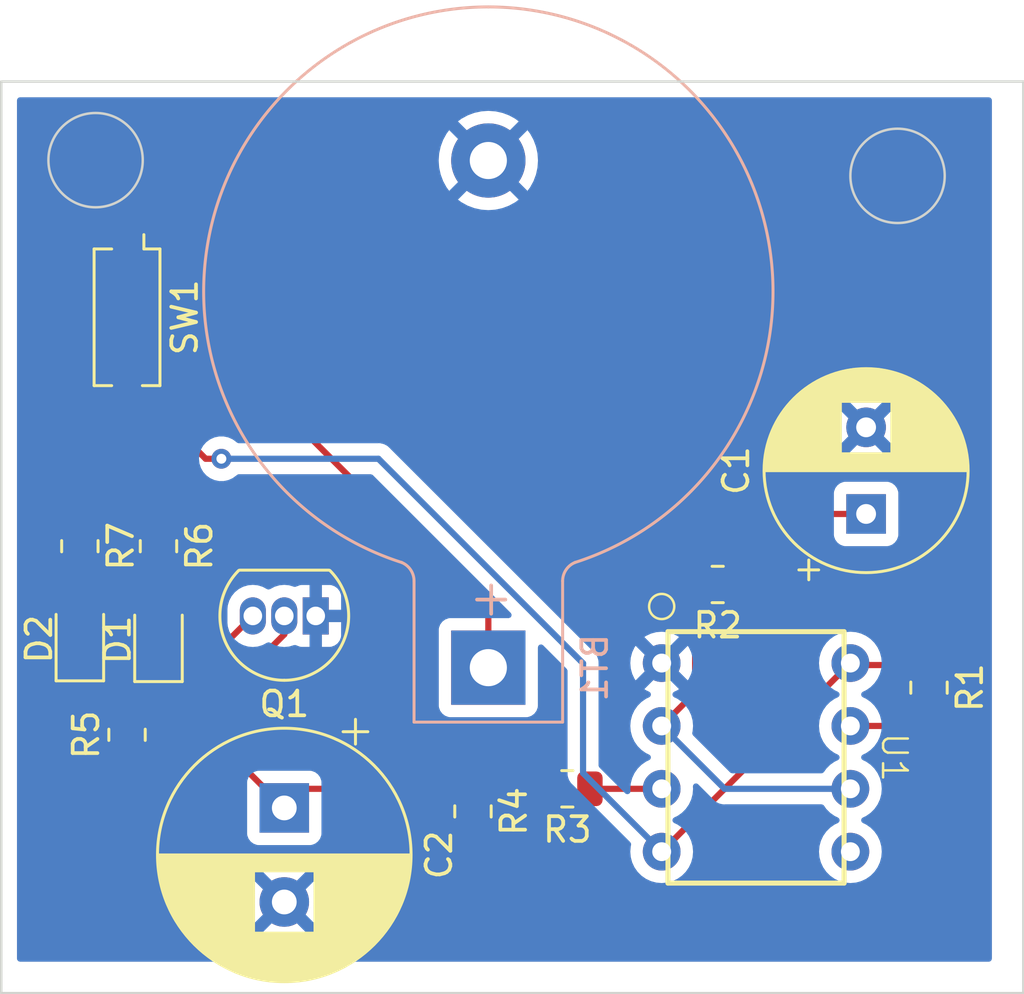
<source format=kicad_pcb>
(kicad_pcb (version 20221018) (generator pcbnew)
  (layers (0 "F.Cu" signal) (31 "B.Cu" signal) (34 "B.Paste" user) (35 "F.Paste" user) (36 "B.SilkS" user "B.Silkscreen") (37 "F.SilkS" user "F.Silkscreen") (38 "B.Mask" user) (39 "F.Mask" user) (44 "Edge.Cuts" user))
  (net 0 "")
  (net 1 "GND")
  (net 2 "Net-(D1-A)")
  (net 3 "VCC")
  (net 4 "Net-(BT1-+)")
  (net 5 "Net-(U1-THRESH)")
  (net 6 "Net-(C2-Pad1)")
  (net 7 "Net-(D1-K)")
  (net 8 "Net-(D2-A)")
  (net 9 "Net-(Q1-B)")
  (net 10 "Net-(U1-DIS)")
  (net 11 "Net-(U1-OUT)")
  (footprint "me433:ICM7555-PDIP" (layer "F.Cu") (at 162.56 93.98 -90)
    (fp_text reference "U1" (at 0 -5.588 -90 unlocked) (layer "F.SilkS") (effects (font (thickness 0.1))))
    (fp_text value "~")
    (fp_line (start -5.08 -3.556) (end -5.08 3.556) (stroke (width 0.2032)) (layer "F.SilkS"))
    (fp_line (start -5.08 -3.556) (end 5.08 -3.556) (stroke (width 0.2032)) (layer "F.SilkS"))
    (fp_line (start -5.08 3.556) (end 5.08 3.556) (stroke (width 0.2032)) (layer "F.SilkS"))
    (fp_line (start 5.08 -3.556) (end 5.08 3.556) (stroke (width 0.2032)) (layer "F.SilkS"))
    (fp_circle (center -6.096 3.81) (end -6.096 3.302) (stroke (width 0.1)) (fill none) (layer "F.SilkS"))
    (pad "1" thru_hole circle (at -3.81 3.81 270) (size 1.524 1.524) (drill 0.762) (layers "*.Cu" "*.Mask") (net 1 "GND"))
    (pad "2" thru_hole circle (at -1.27 3.81 270) (size 1.524 1.524) (drill 0.762) (layers "*.Cu" "*.Mask") (net 5 "Net-(U1-THRESH)"))
    (pad "3" thru_hole circle (at 1.27 3.81 270) (size 1.524 1.524) (drill 0.762) (layers "*.Cu" "*.Mask") (net 11 "Net-(U1-OUT)"))
    (pad "4" thru_hole circle (at 3.81 3.81 270) (size 1.524 1.524) (drill 0.762) (layers "*.Cu" "*.Mask") (net 3 "VCC"))
    (pad "5" thru_hole circle (at 3.81 -3.81 270) (size 1.524 1.524) (drill 0.762) (layers "*.Cu" "*.Mask"))
    (pad "6" thru_hole circle (at 1.27 -3.81 270) (size 1.524 1.524) (drill 0.762) (layers "*.Cu" "*.Mask") (net 5 "Net-(U1-THRESH)"))
    (pad "7" thru_hole circle (at -1.27 -3.81 270) (size 1.524 1.524) (drill 0.762) (layers "*.Cu" "*.Mask") (net 10 "Net-(U1-DIS)"))
    (pad "8" thru_hole circle (at -3.81 -3.81 270) (size 1.524 1.524) (drill 0.762) (layers "*.Cu" "*.Mask") (net 3 "VCC"))
  )
  (footprint "Resistor_SMD:R_0805_2012Metric" (layer "F.Cu") (at 135.255 85.4475 -90)
    (fp_text reference "R7" (at 0 -1.65 90) (layer "F.SilkS"))
    (fp_text value "100")
    (fp_line (start -0.227064 -0.735) (end 0.227064 -0.735) (stroke (width 0.12)) (layer "F.SilkS"))
    (fp_line (start -0.227064 0.735) (end 0.227064 0.735) (stroke (width 0.12)) (layer "F.SilkS"))
    (pad "1" smd roundrect (at -0.9125 0 270) (size 1.025 1.4) (layers "F.Cu" "F.Paste" "F.Mask") (roundrect_rratio 0.243902) (net 3 "VCC"))
    (pad "2" smd roundrect (at 0.9125 0 270) (size 1.025 1.4) (layers "F.Cu" "F.Paste" "F.Mask") (roundrect_rratio 0.243902) (net 8 "Net-(D2-A)"))
  )
  (footprint "Package_TO_SOT_THT:TO-92_Inline" (layer "F.Cu") (at 144.78 88.265 180)
    (fp_text reference "Q1" (at 1.27 -3.56) (layer "F.SilkS"))
    (fp_text value "2N3904")
    (fp_line (start -0.53 1.85) (end 3.07 1.85) (stroke (width 0.12)) (layer "F.SilkS"))
    (fp_arc (start -0.568478 1.838478) (mid -1.132087 -0.994977) (end 1.27 -2.6) (stroke (width 0.12)) (layer "F.SilkS"))
    (fp_arc (start 1.27 -2.6) (mid 3.672087 -0.994977) (end 3.108478 1.838478) (stroke (width 0.12)) (layer "F.SilkS"))
    (pad "1" thru_hole rect (at 0 0 180) (size 1.05 1.5) (drill 0.75) (layers "*.Cu" "*.Mask") (net 1 "GND"))
    (pad "2" thru_hole oval (at 1.27 0 180) (size 1.05 1.5) (drill 0.75) (layers "*.Cu" "*.Mask") (net 9 "Net-(Q1-B)"))
    (pad "3" thru_hole oval (at 2.54 0 180) (size 1.05 1.5) (drill 0.75) (layers "*.Cu" "*.Mask") (net 7 "Net-(D1-K)"))
  )
  (footprint "LED_SMD:LED_0805_2012Metric" (layer "F.Cu") (at 138.43 89.2325 90)
    (fp_text reference "D1" (at 0 -1.65 90) (layer "F.SilkS"))
    (fp_text value "RED")
    (fp_line (start -1.685 -0.96) (end -1.685 0.96) (stroke (width 0.12)) (layer "F.SilkS"))
    (fp_line (start -1.685 0.96) (end 1 0.96) (stroke (width 0.12)) (layer "F.SilkS"))
    (fp_line (start 1 -0.96) (end -1.685 -0.96) (stroke (width 0.12)) (layer "F.SilkS"))
    (pad "1" smd roundrect (at -0.9375 0 90) (size 0.975 1.4) (layers "F.Cu" "F.Paste" "F.Mask") (net 7 "Net-(D1-K)"))
    (pad "2" smd roundrect (at 0.9375 0 90) (size 0.975 1.4) (layers "F.Cu" "F.Paste" "F.Mask") (net 2 "Net-(D1-A)"))
  )
  (footprint "Resistor_SMD:R_0805_2012Metric" (layer "F.Cu") (at 161.0125 86.995 180)
    (fp_text reference "R2" (at 0 -1.65) (layer "F.SilkS"))
    (fp_text value "330k")
    (fp_line (start -0.227064 -0.735) (end 0.227064 -0.735) (stroke (width 0.12)) (layer "F.SilkS"))
    (fp_line (start -0.227064 0.735) (end 0.227064 0.735) (stroke (width 0.12)) (layer "F.SilkS"))
    (pad "1" smd roundrect (at -0.9125 0 180) (size 1.025 1.4) (layers "F.Cu" "F.Paste" "F.Mask") (roundrect_rratio 0.243902) (net 10 "Net-(U1-DIS)"))
    (pad "2" smd roundrect (at 0.9125 0 180) (size 1.025 1.4) (layers "F.Cu" "F.Paste" "F.Mask") (roundrect_rratio 0.243902) (net 5 "Net-(U1-THRESH)"))
  )
  (footprint "Resistor_SMD:R_0805_2012Metric" (layer "F.Cu") (at 151.13 96.1625 -90)
    (fp_text reference "R4" (at 0 -1.65 90) (layer "F.SilkS"))
    (fp_text value "100k")
    (fp_line (start -0.227064 -0.735) (end 0.227064 -0.735) (stroke (width 0.12)) (layer "F.SilkS"))
    (fp_line (start -0.227064 0.735) (end 0.227064 0.735) (stroke (width 0.12)) (layer "F.SilkS"))
    (pad "1" smd roundrect (at -0.9125 0 270) (size 1.025 1.4) (layers "F.Cu" "F.Paste" "F.Mask") (roundrect_rratio 0.243902) (net 6 "Net-(C2-Pad1)"))
    (pad "2" smd roundrect (at 0.9125 0 270) (size 1.025 1.4) (layers "F.Cu" "F.Paste" "F.Mask") (roundrect_rratio 0.243902) (net 1 "GND"))
  )
  (footprint "Capacitor_THT:CP_Radial_D8.0mm_P3.50mm" (layer "F.Cu") (at 167.005 84.145 90)
    (fp_text reference "C1" (at 1.75 -5.25 90) (layer "F.SilkS"))
    (fp_text value "10uF")
    (fp_line (start -2.659698 -2.315) (end -1.859698 -2.315) (stroke (width 0.12)) (layer "F.SilkS"))
    (fp_line (start -2.259698 -2.715) (end -2.259698 -1.915) (stroke (width 0.12)) (layer "F.SilkS"))
    (fp_line (start 1.75 -4.08) (end 1.75 4.08) (stroke (width 0.12)) (layer "F.SilkS"))
    (fp_line (start 1.79 -4.08) (end 1.79 4.08) (stroke (width 0.12)) (layer "F.SilkS"))
    (fp_line (start 1.83 -4.08) (end 1.83 4.08) (stroke (width 0.12)) (layer "F.SilkS"))
    (fp_line (start 1.87 -4.079) (end 1.87 4.079) (stroke (width 0.12)) (layer "F.SilkS"))
    (fp_line (start 1.91 -4.077) (end 1.91 4.077) (stroke (width 0.12)) (layer "F.SilkS"))
    (fp_line (start 1.95 -4.076) (end 1.95 4.076) (stroke (width 0.12)) (layer "F.SilkS"))
    (fp_line (start 1.99 -4.074) (end 1.99 4.074) (stroke (width 0.12)) (layer "F.SilkS"))
    (fp_line (start 2.03 -4.071) (end 2.03 4.071) (stroke (width 0.12)) (layer "F.SilkS"))
    (fp_line (start 2.07 -4.068) (end 2.07 4.068) (stroke (width 0.12)) (layer "F.SilkS"))
    (fp_line (start 2.11 -4.065) (end 2.11 4.065) (stroke (width 0.12)) (layer "F.SilkS"))
    (fp_line (start 2.15 -4.061) (end 2.15 4.061) (stroke (width 0.12)) (layer "F.SilkS"))
    (fp_line (start 2.19 -4.057) (end 2.19 4.057) (stroke (width 0.12)) (layer "F.SilkS"))
    (fp_line (start 2.23 -4.052) (end 2.23 4.052) (stroke (width 0.12)) (layer "F.SilkS"))
    (fp_line (start 2.27 -4.048) (end 2.27 4.048) (stroke (width 0.12)) (layer "F.SilkS"))
    (fp_line (start 2.31 -4.042) (end 2.31 4.042) (stroke (width 0.12)) (layer "F.SilkS"))
    (fp_line (start 2.35 -4.037) (end 2.35 4.037) (stroke (width 0.12)) (layer "F.SilkS"))
    (fp_line (start 2.39 -4.03) (end 2.39 4.03) (stroke (width 0.12)) (layer "F.SilkS"))
    (fp_line (start 2.43 -4.024) (end 2.43 4.024) (stroke (width 0.12)) (layer "F.SilkS"))
    (fp_line (start 2.471 -4.017) (end 2.471 -1.04) (stroke (width 0.12)) (layer "F.SilkS"))
    (fp_line (start 2.471 1.04) (end 2.471 4.017) (stroke (width 0.12)) (layer "F.SilkS"))
    (fp_line (start 2.511 -4.01) (end 2.511 -1.04) (stroke (width 0.12)) (layer "F.SilkS"))
    (fp_line (start 2.511 1.04) (end 2.511 4.01) (stroke (width 0.12)) (layer "F.SilkS"))
    (fp_line (start 2.551 -4.002) (end 2.551 -1.04) (stroke (width 0.12)) (layer "F.SilkS"))
    (fp_line (start 2.551 1.04) (end 2.551 4.002) (stroke (width 0.12)) (layer "F.SilkS"))
    (fp_line (start 2.591 -3.994) (end 2.591 -1.04) (stroke (width 0.12)) (layer "F.SilkS"))
    (fp_line (start 2.591 1.04) (end 2.591 3.994) (stroke (width 0.12)) (layer "F.SilkS"))
    (fp_line (start 2.631 -3.985) (end 2.631 -1.04) (stroke (width 0.12)) (layer "F.SilkS"))
    (fp_line (start 2.631 1.04) (end 2.631 3.985) (stroke (width 0.12)) (layer "F.SilkS"))
    (fp_line (start 2.671 -3.976) (end 2.671 -1.04) (stroke (width 0.12)) (layer "F.SilkS"))
    (fp_line (start 2.671 1.04) (end 2.671 3.976) (stroke (width 0.12)) (layer "F.SilkS"))
    (fp_line (start 2.711 -3.967) (end 2.711 -1.04) (stroke (width 0.12)) (layer "F.SilkS"))
    (fp_line (start 2.711 1.04) (end 2.711 3.967) (stroke (width 0.12)) (layer "F.SilkS"))
    (fp_line (start 2.751 -3.957) (end 2.751 -1.04) (stroke (width 0.12)) (layer "F.SilkS"))
    (fp_line (start 2.751 1.04) (end 2.751 3.957) (stroke (width 0.12)) (layer "F.SilkS"))
    (fp_line (start 2.791 -3.947) (end 2.791 -1.04) (stroke (width 0.12)) (layer "F.SilkS"))
    (fp_line (start 2.791 1.04) (end 2.791 3.947) (stroke (width 0.12)) (layer "F.SilkS"))
    (fp_line (start 2.831 -3.936) (end 2.831 -1.04) (stroke (width 0.12)) (layer "F.SilkS"))
    (fp_line (start 2.831 1.04) (end 2.831 3.936) (stroke (width 0.12)) (layer "F.SilkS"))
    (fp_line (start 2.871 -3.925) (end 2.871 -1.04) (stroke (width 0.12)) (layer "F.SilkS"))
    (fp_line (start 2.871 1.04) (end 2.871 3.925) (stroke (width 0.12)) (layer "F.SilkS"))
    (fp_line (start 2.911 -3.914) (end 2.911 -1.04) (stroke (width 0.12)) (layer "F.SilkS"))
    (fp_line (start 2.911 1.04) (end 2.911 3.914) (stroke (width 0.12)) (layer "F.SilkS"))
    (fp_line (start 2.951 -3.902) (end 2.951 -1.04) (stroke (width 0.12)) (layer "F.SilkS"))
    (fp_line (start 2.951 1.04) (end 2.951 3.902) (stroke (width 0.12)) (layer "F.SilkS"))
    (fp_line (start 2.991 -3.889) (end 2.991 -1.04) (stroke (width 0.12)) (layer "F.SilkS"))
    (fp_line (start 2.991 1.04) (end 2.991 3.889) (stroke (width 0.12)) (layer "F.SilkS"))
    (fp_line (start 3.031 -3.877) (end 3.031 -1.04) (stroke (width 0.12)) (layer "F.SilkS"))
    (fp_line (start 3.031 1.04) (end 3.031 3.877) (stroke (width 0.12)) (layer "F.SilkS"))
    (fp_line (start 3.071 -3.863) (end 3.071 -1.04) (stroke (width 0.12)) (layer "F.SilkS"))
    (fp_line (start 3.071 1.04) (end 3.071 3.863) (stroke (width 0.12)) (layer "F.SilkS"))
    (fp_line (start 3.111 -3.85) (end 3.111 -1.04) (stroke (width 0.12)) (layer "F.SilkS"))
    (fp_line (start 3.111 1.04) (end 3.111 3.85) (stroke (width 0.12)) (layer "F.SilkS"))
    (fp_line (start 3.151 -3.835) (end 3.151 -1.04) (stroke (width 0.12)) (layer "F.SilkS"))
    (fp_line (start 3.151 1.04) (end 3.151 3.835) (stroke (width 0.12)) (layer "F.SilkS"))
    (fp_line (start 3.191 -3.821) (end 3.191 -1.04) (stroke (width 0.12)) (layer "F.SilkS"))
    (fp_line (start 3.191 1.04) (end 3.191 3.821) (stroke (width 0.12)) (layer "F.SilkS"))
    (fp_line (start 3.231 -3.805) (end 3.231 -1.04) (stroke (width 0.12)) (layer "F.SilkS"))
    (fp_line (start 3.231 1.04) (end 3.231 3.805) (stroke (width 0.12)) (layer "F.SilkS"))
    (fp_line (start 3.271 -3.79) (end 3.271 -1.04) (stroke (width 0.12)) (layer "F.SilkS"))
    (fp_line (start 3.271 1.04) (end 3.271 3.79) (stroke (width 0.12)) (layer "F.SilkS"))
    (fp_line (start 3.311 -3.774) (end 3.311 -1.04) (stroke (width 0.12)) (layer "F.SilkS"))
    (fp_line (start 3.311 1.04) (end 3.311 3.774) (stroke (width 0.12)) (layer "F.SilkS"))
    (fp_line (start 3.351 -3.757) (end 3.351 -1.04) (stroke (width 0.12)) (layer "F.SilkS"))
    (fp_line (start 3.351 1.04) (end 3.351 3.757) (stroke (width 0.12)) (layer "F.SilkS"))
    (fp_line (start 3.391 -3.74) (end 3.391 -1.04) (stroke (width 0.12)) (layer "F.SilkS"))
    (fp_line (start 3.391 1.04) (end 3.391 3.74) (stroke (width 0.12)) (layer "F.SilkS"))
    (fp_line (start 3.431 -3.722) (end 3.431 -1.04) (stroke (width 0.12)) (layer "F.SilkS"))
    (fp_line (start 3.431 1.04) (end 3.431 3.722) (stroke (width 0.12)) (layer "F.SilkS"))
    (fp_line (start 3.471 -3.704) (end 3.471 -1.04) (stroke (width 0.12)) (layer "F.SilkS"))
    (fp_line (start 3.471 1.04) (end 3.471 3.704) (stroke (width 0.12)) (layer "F.SilkS"))
    (fp_line (start 3.511 -3.686) (end 3.511 -1.04) (stroke (width 0.12)) (layer "F.SilkS"))
    (fp_line (start 3.511 1.04) (end 3.511 3.686) (stroke (width 0.12)) (layer "F.SilkS"))
    (fp_line (start 3.551 -3.666) (end 3.551 -1.04) (stroke (width 0.12)) (layer "F.SilkS"))
    (fp_line (start 3.551 1.04) (end 3.551 3.666) (stroke (width 0.12)) (layer "F.SilkS"))
    (fp_line (start 3.591 -3.647) (end 3.591 -1.04) (stroke (width 0.12)) (layer "F.SilkS"))
    (fp_line (start 3.591 1.04) (end 3.591 3.647) (stroke (width 0.12)) (layer "F.SilkS"))
    (fp_line (start 3.631 -3.627) (end 3.631 -1.04) (stroke (width 0.12)) (layer "F.SilkS"))
    (fp_line (start 3.631 1.04) (end 3.631 3.627) (stroke (width 0.12)) (layer "F.SilkS"))
    (fp_line (start 3.671 -3.606) (end 3.671 -1.04) (stroke (width 0.12)) (layer "F.SilkS"))
    (fp_line (start 3.671 1.04) (end 3.671 3.606) (stroke (width 0.12)) (layer "F.SilkS"))
    (fp_line (start 3.711 -3.584) (end 3.711 -1.04) (stroke (width 0.12)) (layer "F.SilkS"))
    (fp_line (start 3.711 1.04) (end 3.711 3.584) (stroke (width 0.12)) (layer "F.SilkS"))
    (fp_line (start 3.751 -3.562) (end 3.751 -1.04) (stroke (width 0.12)) (layer "F.SilkS"))
    (fp_line (start 3.751 1.04) (end 3.751 3.562) (stroke (width 0.12)) (layer "F.SilkS"))
    (fp_line (start 3.791 -3.54) (end 3.791 -1.04) (stroke (width 0.12)) (layer "F.SilkS"))
    (fp_line (start 3.791 1.04) (end 3.791 3.54) (stroke (width 0.12)) (layer "F.SilkS"))
    (fp_line (start 3.831 -3.517) (end 3.831 -1.04) (stroke (width 0.12)) (layer "F.SilkS"))
    (fp_line (start 3.831 1.04) (end 3.831 3.517) (stroke (width 0.12)) (layer "F.SilkS"))
    (fp_line (start 3.871 -3.493) (end 3.871 -1.04) (stroke (width 0.12)) (layer "F.SilkS"))
    (fp_line (start 3.871 1.04) (end 3.871 3.493) (stroke (width 0.12)) (layer "F.SilkS"))
    (fp_line (start 3.911 -3.469) (end 3.911 -1.04) (stroke (width 0.12)) (layer "F.SilkS"))
    (fp_line (start 3.911 1.04) (end 3.911 3.469) (stroke (width 0.12)) (layer "F.SilkS"))
    (fp_line (start 3.951 -3.444) (end 3.951 -1.04) (stroke (width 0.12)) (layer "F.SilkS"))
    (fp_line (start 3.951 1.04) (end 3.951 3.444) (stroke (width 0.12)) (layer "F.SilkS"))
    (fp_line (start 3.991 -3.418) (end 3.991 -1.04) (stroke (width 0.12)) (layer "F.SilkS"))
    (fp_line (start 3.991 1.04) (end 3.991 3.418) (stroke (width 0.12)) (layer "F.SilkS"))
    (fp_line (start 4.031 -3.392) (end 4.031 -1.04) (stroke (width 0.12)) (layer "F.SilkS"))
    (fp_line (start 4.031 1.04) (end 4.031 3.392) (stroke (width 0.12)) (layer "F.SilkS"))
    (fp_line (start 4.071 -3.365) (end 4.071 -1.04) (stroke (width 0.12)) (layer "F.SilkS"))
    (fp_line (start 4.071 1.04) (end 4.071 3.365) (stroke (width 0.12)) (layer "F.SilkS"))
    (fp_line (start 4.111 -3.338) (end 4.111 -1.04) (stroke (width 0.12)) (layer "F.SilkS"))
    (fp_line (start 4.111 1.04) (end 4.111 3.338) (stroke (width 0.12)) (layer "F.SilkS"))
    (fp_line (start 4.151 -3.309) (end 4.151 -1.04) (stroke (width 0.12)) (layer "F.SilkS"))
    (fp_line (start 4.151 1.04) (end 4.151 3.309) (stroke (width 0.12)) (layer "F.SilkS"))
    (fp_line (start 4.191 -3.28) (end 4.191 -1.04) (stroke (width 0.12)) (layer "F.SilkS"))
    (fp_line (start 4.191 1.04) (end 4.191 3.28) (stroke (width 0.12)) (layer "F.SilkS"))
    (fp_line (start 4.231 -3.25) (end 4.231 -1.04) (stroke (width 0.12)) (layer "F.SilkS"))
    (fp_line (start 4.231 1.04) (end 4.231 3.25) (stroke (width 0.12)) (layer "F.SilkS"))
    (fp_line (start 4.271 -3.22) (end 4.271 -1.04) (stroke (width 0.12)) (layer "F.SilkS"))
    (fp_line (start 4.271 1.04) (end 4.271 3.22) (stroke (width 0.12)) (layer "F.SilkS"))
    (fp_line (start 4.311 -3.189) (end 4.311 -1.04) (stroke (width 0.12)) (layer "F.SilkS"))
    (fp_line (start 4.311 1.04) (end 4.311 3.189) (stroke (width 0.12)) (layer "F.SilkS"))
    (fp_line (start 4.351 -3.156) (end 4.351 -1.04) (stroke (width 0.12)) (layer "F.SilkS"))
    (fp_line (start 4.351 1.04) (end 4.351 3.156) (stroke (width 0.12)) (layer "F.SilkS"))
    (fp_line (start 4.391 -3.124) (end 4.391 -1.04) (stroke (width 0.12)) (layer "F.SilkS"))
    (fp_line (start 4.391 1.04) (end 4.391 3.124) (stroke (width 0.12)) (layer "F.SilkS"))
    (fp_line (start 4.431 -3.09) (end 4.431 -1.04) (stroke (width 0.12)) (layer "F.SilkS"))
    (fp_line (start 4.431 1.04) (end 4.431 3.09) (stroke (width 0.12)) (layer "F.SilkS"))
    (fp_line (start 4.471 -3.055) (end 4.471 -1.04) (stroke (width 0.12)) (layer "F.SilkS"))
    (fp_line (start 4.471 1.04) (end 4.471 3.055) (stroke (width 0.12)) (layer "F.SilkS"))
    (fp_line (start 4.511 -3.019) (end 4.511 -1.04) (stroke (width 0.12)) (layer "F.SilkS"))
    (fp_line (start 4.511 1.04) (end 4.511 3.019) (stroke (width 0.12)) (layer "F.SilkS"))
    (fp_line (start 4.551 -2.983) (end 4.551 2.983) (stroke (width 0.12)) (layer "F.SilkS"))
    (fp_line (start 4.591 -2.945) (end 4.591 2.945) (stroke (width 0.12)) (layer "F.SilkS"))
    (fp_line (start 4.631 -2.907) (end 4.631 2.907) (stroke (width 0.12)) (layer "F.SilkS"))
    (fp_line (start 4.671 -2.867) (end 4.671 2.867) (stroke (width 0.12)) (layer "F.SilkS"))
    (fp_line (start 4.711 -2.826) (end 4.711 2.826) (stroke (width 0.12)) (layer "F.SilkS"))
    (fp_line (start 4.751 -2.784) (end 4.751 2.784) (stroke (width 0.12)) (layer "F.SilkS"))
    (fp_line (start 4.791 -2.741) (end 4.791 2.741) (stroke (width 0.12)) (layer "F.SilkS"))
    (fp_line (start 4.831 -2.697) (end 4.831 2.697) (stroke (width 0.12)) (layer "F.SilkS"))
    (fp_line (start 4.871 -2.651) (end 4.871 2.651) (stroke (width 0.12)) (layer "F.SilkS"))
    (fp_line (start 4.911 -2.604) (end 4.911 2.604) (stroke (width 0.12)) (layer "F.SilkS"))
    (fp_line (start 4.951 -2.556) (end 4.951 2.556) (stroke (width 0.12)) (layer "F.SilkS"))
    (fp_line (start 4.991 -2.505) (end 4.991 2.505) (stroke (width 0.12)) (layer "F.SilkS"))
    (fp_line (start 5.031 -2.454) (end 5.031 2.454) (stroke (width 0.12)) (layer "F.SilkS"))
    (fp_line (start 5.071 -2.4) (end 5.071 2.4) (stroke (width 0.12)) (layer "F.SilkS"))
    (fp_line (start 5.111 -2.345) (end 5.111 2.345) (stroke (width 0.12)) (layer "F.SilkS"))
    (fp_line (start 5.151 -2.287) (end 5.151 2.287) (stroke (width 0.12)) (layer "F.SilkS"))
    (fp_line (start 5.191 -2.228) (end 5.191 2.228) (stroke (width 0.12)) (layer "F.SilkS"))
    (fp_line (start 5.231 -2.166) (end 5.231 2.166) (stroke (width 0.12)) (layer "F.SilkS"))
    (fp_line (start 5.271 -2.102) (end 5.271 2.102) (stroke (width 0.12)) (layer "F.SilkS"))
    (fp_line (start 5.311 -2.034) (end 5.311 2.034) (stroke (width 0.12)) (layer "F.SilkS"))
    (fp_line (start 5.351 -1.964) (end 5.351 1.964) (stroke (width 0.12)) (layer "F.SilkS"))
    (fp_line (start 5.391 -1.89) (end 5.391 1.89) (stroke (width 0.12)) (layer "F.SilkS"))
    (fp_line (start 5.431 -1.813) (end 5.431 1.813) (stroke (width 0.12)) (layer "F.SilkS"))
    (fp_line (start 5.471 -1.731) (end 5.471 1.731) (stroke (width 0.12)) (layer "F.SilkS"))
    (fp_line (start 5.511 -1.645) (end 5.511 1.645) (stroke (width 0.12)) (layer "F.SilkS"))
    (fp_line (start 5.551 -1.552) (end 5.551 1.552) (stroke (width 0.12)) (layer "F.SilkS"))
    (fp_line (start 5.591 -1.453) (end 5.591 1.453) (stroke (width 0.12)) (layer "F.SilkS"))
    (fp_line (start 5.631 -1.346) (end 5.631 1.346) (stroke (width 0.12)) (layer "F.SilkS"))
    (fp_line (start 5.671 -1.229) (end 5.671 1.229) (stroke (width 0.12)) (layer "F.SilkS"))
    (fp_line (start 5.711 -1.098) (end 5.711 1.098) (stroke (width 0.12)) (layer "F.SilkS"))
    (fp_line (start 5.751 -0.948) (end 5.751 0.948) (stroke (width 0.12)) (layer "F.SilkS"))
    (fp_line (start 5.791 -0.768) (end 5.791 0.768) (stroke (width 0.12)) (layer "F.SilkS"))
    (fp_line (start 5.831 -0.533) (end 5.831 0.533) (stroke (width 0.12)) (layer "F.SilkS"))
    (fp_circle (center 1.75 0) (end 5.87 0) (stroke (width 0.12)) (fill none) (layer "F.SilkS"))
    (pad "1" thru_hole rect (at 0 0 90) (size 1.6 1.6) (drill 0.8) (layers "*.Cu" "*.Mask") (net 5 "Net-(U1-THRESH)"))
    (pad "2" thru_hole circle (at 3.5 0 90) (size 1.6 1.6) (drill 0.8) (layers "*.Cu" "*.Mask") (net 1 "GND"))
  )
  (footprint "Capacitor_THT:CP_Radial_D10.0mm_P3.80mm" (layer "F.Cu") (at 143.51 96.022323 -90)
    (fp_text reference "C2" (at 1.9 -6.25 90) (layer "F.SilkS"))
    (fp_text value "100uF")
    (fp_line (start -3.579646 -2.875) (end -2.579646 -2.875) (stroke (width 0.12)) (layer "F.SilkS"))
    (fp_line (start -3.079646 -3.375) (end -3.079646 -2.375) (stroke (width 0.12)) (layer "F.SilkS"))
    (fp_line (start 1.9 -5.08) (end 1.9 5.08) (stroke (width 0.12)) (layer "F.SilkS"))
    (fp_line (start 1.94 -5.08) (end 1.94 5.08) (stroke (width 0.12)) (layer "F.SilkS"))
    (fp_line (start 1.98 -5.08) (end 1.98 5.08) (stroke (width 0.12)) (layer "F.SilkS"))
    (fp_line (start 2.02 -5.079) (end 2.02 5.079) (stroke (width 0.12)) (layer "F.SilkS"))
    (fp_line (start 2.06 -5.078) (end 2.06 5.078) (stroke (width 0.12)) (layer "F.SilkS"))
    (fp_line (start 2.1 -5.077) (end 2.1 5.077) (stroke (width 0.12)) (layer "F.SilkS"))
    (fp_line (start 2.14 -5.075) (end 2.14 5.075) (stroke (width 0.12)) (layer "F.SilkS"))
    (fp_line (start 2.18 -5.073) (end 2.18 5.073) (stroke (width 0.12)) (layer "F.SilkS"))
    (fp_line (start 2.22 -5.07) (end 2.22 5.07) (stroke (width 0.12)) (layer "F.SilkS"))
    (fp_line (start 2.26 -5.068) (end 2.26 5.068) (stroke (width 0.12)) (layer "F.SilkS"))
    (fp_line (start 2.3 -5.065) (end 2.3 5.065) (stroke (width 0.12)) (layer "F.SilkS"))
    (fp_line (start 2.34 -5.062) (end 2.34 5.062) (stroke (width 0.12)) (layer "F.SilkS"))
    (fp_line (start 2.38 -5.058) (end 2.38 5.058) (stroke (width 0.12)) (layer "F.SilkS"))
    (fp_line (start 2.42 -5.054) (end 2.42 5.054) (stroke (width 0.12)) (layer "F.SilkS"))
    (fp_line (start 2.46 -5.05) (end 2.46 5.05) (stroke (width 0.12)) (layer "F.SilkS"))
    (fp_line (start 2.5 -5.045) (end 2.5 5.045) (stroke (width 0.12)) (layer "F.SilkS"))
    (fp_line (start 2.54 -5.04) (end 2.54 5.04) (stroke (width 0.12)) (layer "F.SilkS"))
    (fp_line (start 2.58 -5.035) (end 2.58 -1.241) (stroke (width 0.12)) (layer "F.SilkS"))
    (fp_line (start 2.58 1.241) (end 2.58 5.035) (stroke (width 0.12)) (layer "F.SilkS"))
    (fp_line (start 2.621 -5.03) (end 2.621 -1.241) (stroke (width 0.12)) (layer "F.SilkS"))
    (fp_line (start 2.621 1.241) (end 2.621 5.03) (stroke (width 0.12)) (layer "F.SilkS"))
    (fp_line (start 2.661 -5.024) (end 2.661 -1.241) (stroke (width 0.12)) (layer "F.SilkS"))
    (fp_line (start 2.661 1.241) (end 2.661 5.024) (stroke (width 0.12)) (layer "F.SilkS"))
    (fp_line (start 2.701 -5.018) (end 2.701 -1.241) (stroke (width 0.12)) (layer "F.SilkS"))
    (fp_line (start 2.701 1.241) (end 2.701 5.018) (stroke (width 0.12)) (layer "F.SilkS"))
    (fp_line (start 2.741 -5.011) (end 2.741 -1.241) (stroke (width 0.12)) (layer "F.SilkS"))
    (fp_line (start 2.741 1.241) (end 2.741 5.011) (stroke (width 0.12)) (layer "F.SilkS"))
    (fp_line (start 2.781 -5.004) (end 2.781 -1.241) (stroke (width 0.12)) (layer "F.SilkS"))
    (fp_line (start 2.781 1.241) (end 2.781 5.004) (stroke (width 0.12)) (layer "F.SilkS"))
    (fp_line (start 2.821 -4.997) (end 2.821 -1.241) (stroke (width 0.12)) (layer "F.SilkS"))
    (fp_line (start 2.821 1.241) (end 2.821 4.997) (stroke (width 0.12)) (layer "F.SilkS"))
    (fp_line (start 2.861 -4.99) (end 2.861 -1.241) (stroke (width 0.12)) (layer "F.SilkS"))
    (fp_line (start 2.861 1.241) (end 2.861 4.99) (stroke (width 0.12)) (layer "F.SilkS"))
    (fp_line (start 2.901 -4.982) (end 2.901 -1.241) (stroke (width 0.12)) (layer "F.SilkS"))
    (fp_line (start 2.901 1.241) (end 2.901 4.982) (stroke (width 0.12)) (layer "F.SilkS"))
    (fp_line (start 2.941 -4.974) (end 2.941 -1.241) (stroke (width 0.12)) (layer "F.SilkS"))
    (fp_line (start 2.941 1.241) (end 2.941 4.974) (stroke (width 0.12)) (layer "F.SilkS"))
    (fp_line (start 2.981 -4.965) (end 2.981 -1.241) (stroke (width 0.12)) (layer "F.SilkS"))
    (fp_line (start 2.981 1.241) (end 2.981 4.965) (stroke (width 0.12)) (layer "F.SilkS"))
    (fp_line (start 3.021 -4.956) (end 3.021 -1.241) (stroke (width 0.12)) (layer "F.SilkS"))
    (fp_line (start 3.021 1.241) (end 3.021 4.956) (stroke (width 0.12)) (layer "F.SilkS"))
    (fp_line (start 3.061 -4.947) (end 3.061 -1.241) (stroke (width 0.12)) (layer "F.SilkS"))
    (fp_line (start 3.061 1.241) (end 3.061 4.947) (stroke (width 0.12)) (layer "F.SilkS"))
    (fp_line (start 3.101 -4.938) (end 3.101 -1.241) (stroke (width 0.12)) (layer "F.SilkS"))
    (fp_line (start 3.101 1.241) (end 3.101 4.938) (stroke (width 0.12)) (layer "F.SilkS"))
    (fp_line (start 3.141 -4.928) (end 3.141 -1.241) (stroke (width 0.12)) (layer "F.SilkS"))
    (fp_line (start 3.141 1.241) (end 3.141 4.928) (stroke (width 0.12)) (layer "F.SilkS"))
    (fp_line (start 3.181 -4.918) (end 3.181 -1.241) (stroke (width 0.12)) (layer "F.SilkS"))
    (fp_line (start 3.181 1.241) (end 3.181 4.918) (stroke (width 0.12)) (layer "F.SilkS"))
    (fp_line (start 3.221 -4.907) (end 3.221 -1.241) (stroke (width 0.12)) (layer "F.SilkS"))
    (fp_line (start 3.221 1.241) (end 3.221 4.907) (stroke (width 0.12)) (layer "F.SilkS"))
    (fp_line (start 3.261 -4.897) (end 3.261 -1.241) (stroke (width 0.12)) (layer "F.SilkS"))
    (fp_line (start 3.261 1.241) (end 3.261 4.897) (stroke (width 0.12)) (layer "F.SilkS"))
    (fp_line (start 3.301 -4.885) (end 3.301 -1.241) (stroke (width 0.12)) (layer "F.SilkS"))
    (fp_line (start 3.301 1.241) (end 3.301 4.885) (stroke (width 0.12)) (layer "F.SilkS"))
    (fp_line (start 3.341 -4.874) (end 3.341 -1.241) (stroke (width 0.12)) (layer "F.SilkS"))
    (fp_line (start 3.341 1.241) (end 3.341 4.874) (stroke (width 0.12)) (layer "F.SilkS"))
    (fp_line (start 3.381 -4.862) (end 3.381 -1.241) (stroke (width 0.12)) (layer "F.SilkS"))
    (fp_line (start 3.381 1.241) (end 3.381 4.862) (stroke (width 0.12)) (layer "F.SilkS"))
    (fp_line (start 3.421 -4.85) (end 3.421 -1.241) (stroke (width 0.12)) (layer "F.SilkS"))
    (fp_line (start 3.421 1.241) (end 3.421 4.85) (stroke (width 0.12)) (layer "F.SilkS"))
    (fp_line (start 3.461 -4.837) (end 3.461 -1.241) (stroke (width 0.12)) (layer "F.SilkS"))
    (fp_line (start 3.461 1.241) (end 3.461 4.837) (stroke (width 0.12)) (layer "F.SilkS"))
    (fp_line (start 3.501 -4.824) (end 3.501 -1.241) (stroke (width 0.12)) (layer "F.SilkS"))
    (fp_line (start 3.501 1.241) (end 3.501 4.824) (stroke (width 0.12)) (layer "F.SilkS"))
    (fp_line (start 3.541 -4.811) (end 3.541 -1.241) (stroke (width 0.12)) (layer "F.SilkS"))
    (fp_line (start 3.541 1.241) (end 3.541 4.811) (stroke (width 0.12)) (layer "F.SilkS"))
    (fp_line (start 3.581 -4.797) (end 3.581 -1.241) (stroke (width 0.12)) (layer "F.SilkS"))
    (fp_line (start 3.581 1.241) (end 3.581 4.797) (stroke (width 0.12)) (layer "F.SilkS"))
    (fp_line (start 3.621 -4.783) (end 3.621 -1.241) (stroke (width 0.12)) (layer "F.SilkS"))
    (fp_line (start 3.621 1.241) (end 3.621 4.783) (stroke (width 0.12)) (layer "F.SilkS"))
    (fp_line (start 3.661 -4.768) (end 3.661 -1.241) (stroke (width 0.12)) (layer "F.SilkS"))
    (fp_line (start 3.661 1.241) (end 3.661 4.768) (stroke (width 0.12)) (layer "F.SilkS"))
    (fp_line (start 3.701 -4.754) (end 3.701 -1.241) (stroke (width 0.12)) (layer "F.SilkS"))
    (fp_line (start 3.701 1.241) (end 3.701 4.754) (stroke (width 0.12)) (layer "F.SilkS"))
    (fp_line (start 3.741 -4.738) (end 3.741 -1.241) (stroke (width 0.12)) (layer "F.SilkS"))
    (fp_line (start 3.741 1.241) (end 3.741 4.738) (stroke (width 0.12)) (layer "F.SilkS"))
    (fp_line (start 3.781 -4.723) (end 3.781 -1.241) (stroke (width 0.12)) (layer "F.SilkS"))
    (fp_line (start 3.781 1.241) (end 3.781 4.723) (stroke (width 0.12)) (layer "F.SilkS"))
    (fp_line (start 3.821 -4.707) (end 3.821 -1.241) (stroke (width 0.12)) (layer "F.SilkS"))
    (fp_line (start 3.821 1.241) (end 3.821 4.707) (stroke (width 0.12)) (layer "F.SilkS"))
    (fp_line (start 3.861 -4.69) (end 3.861 -1.241) (stroke (width 0.12)) (layer "F.SilkS"))
    (fp_line (start 3.861 1.241) (end 3.861 4.69) (stroke (width 0.12)) (layer "F.SilkS"))
    (fp_line (start 3.901 -4.674) (end 3.901 -1.241) (stroke (width 0.12)) (layer "F.SilkS"))
    (fp_line (start 3.901 1.241) (end 3.901 4.674) (stroke (width 0.12)) (layer "F.SilkS"))
    (fp_line (start 3.941 -4.657) (end 3.941 -1.241) (stroke (width 0.12)) (layer "F.SilkS"))
    (fp_line (start 3.941 1.241) (end 3.941 4.657) (stroke (width 0.12)) (layer "F.SilkS"))
    (fp_line (start 3.981 -4.639) (end 3.981 -1.241) (stroke (width 0.12)) (layer "F.SilkS"))
    (fp_line (start 3.981 1.241) (end 3.981 4.639) (stroke (width 0.12)) (layer "F.SilkS"))
    (fp_line (start 4.021 -4.621) (end 4.021 -1.241) (stroke (width 0.12)) (layer "F.SilkS"))
    (fp_line (start 4.021 1.241) (end 4.021 4.621) (stroke (width 0.12)) (layer "F.SilkS"))
    (fp_line (start 4.061 -4.603) (end 4.061 -1.241) (stroke (width 0.12)) (layer "F.SilkS"))
    (fp_line (start 4.061 1.241) (end 4.061 4.603) (stroke (width 0.12)) (layer "F.SilkS"))
    (fp_line (start 4.101 -4.584) (end 4.101 -1.241) (stroke (width 0.12)) (layer "F.SilkS"))
    (fp_line (start 4.101 1.241) (end 4.101 4.584) (stroke (width 0.12)) (layer "F.SilkS"))
    (fp_line (start 4.141 -4.564) (end 4.141 -1.241) (stroke (width 0.12)) (layer "F.SilkS"))
    (fp_line (start 4.141 1.241) (end 4.141 4.564) (stroke (width 0.12)) (layer "F.SilkS"))
    (fp_line (start 4.181 -4.545) (end 4.181 -1.241) (stroke (width 0.12)) (layer "F.SilkS"))
    (fp_line (start 4.181 1.241) (end 4.181 4.545) (stroke (width 0.12)) (layer "F.SilkS"))
    (fp_line (start 4.221 -4.525) (end 4.221 -1.241) (stroke (width 0.12)) (layer "F.SilkS"))
    (fp_line (start 4.221 1.241) (end 4.221 4.525) (stroke (width 0.12)) (layer "F.SilkS"))
    (fp_line (start 4.261 -4.504) (end 4.261 -1.241) (stroke (width 0.12)) (layer "F.SilkS"))
    (fp_line (start 4.261 1.241) (end 4.261 4.504) (stroke (width 0.12)) (layer "F.SilkS"))
    (fp_line (start 4.301 -4.483) (end 4.301 -1.241) (stroke (width 0.12)) (layer "F.SilkS"))
    (fp_line (start 4.301 1.241) (end 4.301 4.483) (stroke (width 0.12)) (layer "F.SilkS"))
    (fp_line (start 4.341 -4.462) (end 4.341 -1.241) (stroke (width 0.12)) (layer "F.SilkS"))
    (fp_line (start 4.341 1.241) (end 4.341 4.462) (stroke (width 0.12)) (layer "F.SilkS"))
    (fp_line (start 4.381 -4.44) (end 4.381 -1.241) (stroke (width 0.12)) (layer "F.SilkS"))
    (fp_line (start 4.381 1.241) (end 4.381 4.44) (stroke (width 0.12)) (layer "F.SilkS"))
    (fp_line (start 4.421 -4.417) (end 4.421 -1.241) (stroke (width 0.12)) (layer "F.SilkS"))
    (fp_line (start 4.421 1.241) (end 4.421 4.417) (stroke (width 0.12)) (layer "F.SilkS"))
    (fp_line (start 4.461 -4.395) (end 4.461 -1.241) (stroke (width 0.12)) (layer "F.SilkS"))
    (fp_line (start 4.461 1.241) (end 4.461 4.395) (stroke (width 0.12)) (layer "F.SilkS"))
    (fp_line (start 4.501 -4.371) (end 4.501 -1.241) (stroke (width 0.12)) (layer "F.SilkS"))
    (fp_line (start 4.501 1.241) (end 4.501 4.371) (stroke (width 0.12)) (layer "F.SilkS"))
    (fp_line (start 4.541 -4.347) (end 4.541 -1.241) (stroke (width 0.12)) (layer "F.SilkS"))
    (fp_line (start 4.541 1.241) (end 4.541 4.347) (stroke (width 0.12)) (layer "F.SilkS"))
    (fp_line (start 4.581 -4.323) (end 4.581 -1.241) (stroke (width 0.12)) (layer "F.SilkS"))
    (fp_line (start 4.581 1.241) (end 4.581 4.323) (stroke (width 0.12)) (layer "F.SilkS"))
    (fp_line (start 4.621 -4.298) (end 4.621 -1.241) (stroke (width 0.12)) (layer "F.SilkS"))
    (fp_line (start 4.621 1.241) (end 4.621 4.298) (stroke (width 0.12)) (layer "F.SilkS"))
    (fp_line (start 4.661 -4.273) (end 4.661 -1.241) (stroke (width 0.12)) (layer "F.SilkS"))
    (fp_line (start 4.661 1.241) (end 4.661 4.273) (stroke (width 0.12)) (layer "F.SilkS"))
    (fp_line (start 4.701 -4.247) (end 4.701 -1.241) (stroke (width 0.12)) (layer "F.SilkS"))
    (fp_line (start 4.701 1.241) (end 4.701 4.247) (stroke (width 0.12)) (layer "F.SilkS"))
    (fp_line (start 4.741 -4.221) (end 4.741 -1.241) (stroke (width 0.12)) (layer "F.SilkS"))
    (fp_line (start 4.741 1.241) (end 4.741 4.221) (stroke (width 0.12)) (layer "F.SilkS"))
    (fp_line (start 4.781 -4.194) (end 4.781 -1.241) (stroke (width 0.12)) (layer "F.SilkS"))
    (fp_line (start 4.781 1.241) (end 4.781 4.194) (stroke (width 0.12)) (layer "F.SilkS"))
    (fp_line (start 4.821 -4.166) (end 4.821 -1.241) (stroke (width 0.12)) (layer "F.SilkS"))
    (fp_line (start 4.821 1.241) (end 4.821 4.166) (stroke (width 0.12)) (layer "F.SilkS"))
    (fp_line (start 4.861 -4.138) (end 4.861 -1.241) (stroke (width 0.12)) (layer "F.SilkS"))
    (fp_line (start 4.861 1.241) (end 4.861 4.138) (stroke (width 0.12)) (layer "F.SilkS"))
    (fp_line (start 4.901 -4.11) (end 4.901 -1.241) (stroke (width 0.12)) (layer "F.SilkS"))
    (fp_line (start 4.901 1.241) (end 4.901 4.11) (stroke (width 0.12)) (layer "F.SilkS"))
    (fp_line (start 4.941 -4.08) (end 4.941 -1.241) (stroke (width 0.12)) (layer "F.SilkS"))
    (fp_line (start 4.941 1.241) (end 4.941 4.08) (stroke (width 0.12)) (layer "F.SilkS"))
    (fp_line (start 4.981 -4.05) (end 4.981 -1.241) (stroke (width 0.12)) (layer "F.SilkS"))
    (fp_line (start 4.981 1.241) (end 4.981 4.05) (stroke (width 0.12)) (layer "F.SilkS"))
    (fp_line (start 5.021 -4.02) (end 5.021 -1.241) (stroke (width 0.12)) (layer "F.SilkS"))
    (fp_line (start 5.021 1.241) (end 5.021 4.02) (stroke (width 0.12)) (layer "F.SilkS"))
    (fp_line (start 5.061 -3.989) (end 5.061 3.989) (stroke (width 0.12)) (layer "F.SilkS"))
    (fp_line (start 5.101 -3.957) (end 5.101 3.957) (stroke (width 0.12)) (layer "F.SilkS"))
    (fp_line (start 5.141 -3.925) (end 5.141 3.925) (stroke (width 0.12)) (layer "F.SilkS"))
    (fp_line (start 5.181 -3.892) (end 5.181 3.892) (stroke (width 0.12)) (layer "F.SilkS"))
    (fp_line (start 5.221 -3.858) (end 5.221 3.858) (stroke (width 0.12)) (layer "F.SilkS"))
    (fp_line (start 5.261 -3.824) (end 5.261 3.824) (stroke (width 0.12)) (layer "F.SilkS"))
    (fp_line (start 5.301 -3.789) (end 5.301 3.789) (stroke (width 0.12)) (layer "F.SilkS"))
    (fp_line (start 5.341 -3.753) (end 5.341 3.753) (stroke (width 0.12)) (layer "F.SilkS"))
    (fp_line (start 5.381 -3.716) (end 5.381 3.716) (stroke (width 0.12)) (layer "F.SilkS"))
    (fp_line (start 5.421 -3.679) (end 5.421 3.679) (stroke (width 0.12)) (layer "F.SilkS"))
    (fp_line (start 5.461 -3.64) (end 5.461 3.64) (stroke (width 0.12)) (layer "F.SilkS"))
    (fp_line (start 5.501 -3.601) (end 5.501 3.601) (stroke (width 0.12)) (layer "F.SilkS"))
    (fp_line (start 5.541 -3.561) (end 5.541 3.561) (stroke (width 0.12)) (layer "F.SilkS"))
    (fp_line (start 5.581 -3.52) (end 5.581 3.52) (stroke (width 0.12)) (layer "F.SilkS"))
    (fp_line (start 5.621 -3.478) (end 5.621 3.478) (stroke (width 0.12)) (layer "F.SilkS"))
    (fp_line (start 5.661 -3.436) (end 5.661 3.436) (stroke (width 0.12)) (layer "F.SilkS"))
    (fp_line (start 5.701 -3.392) (end 5.701 3.392) (stroke (width 0.12)) (layer "F.SilkS"))
    (fp_line (start 5.741 -3.347) (end 5.741 3.347) (stroke (width 0.12)) (layer "F.SilkS"))
    (fp_line (start 5.781 -3.301) (end 5.781 3.301) (stroke (width 0.12)) (layer "F.SilkS"))
    (fp_line (start 5.821 -3.254) (end 5.821 3.254) (stroke (width 0.12)) (layer "F.SilkS"))
    (fp_line (start 5.861 -3.206) (end 5.861 3.206) (stroke (width 0.12)) (layer "F.SilkS"))
    (fp_line (start 5.901 -3.156) (end 5.901 3.156) (stroke (width 0.12)) (layer "F.SilkS"))
    (fp_line (start 5.941 -3.106) (end 5.941 3.106) (stroke (width 0.12)) (layer "F.SilkS"))
    (fp_line (start 5.981 -3.054) (end 5.981 3.054) (stroke (width 0.12)) (layer "F.SilkS"))
    (fp_line (start 6.021 -3) (end 6.021 3) (stroke (width 0.12)) (layer "F.SilkS"))
    (fp_line (start 6.061 -2.945) (end 6.061 2.945) (stroke (width 0.12)) (layer "F.SilkS"))
    (fp_line (start 6.101 -2.889) (end 6.101 2.889) (stroke (width 0.12)) (layer "F.SilkS"))
    (fp_line (start 6.141 -2.83) (end 6.141 2.83) (stroke (width 0.12)) (layer "F.SilkS"))
    (fp_line (start 6.181 -2.77) (end 6.181 2.77) (stroke (width 0.12)) (layer "F.SilkS"))
    (fp_line (start 6.221 -2.709) (end 6.221 2.709) (stroke (width 0.12)) (layer "F.SilkS"))
    (fp_line (start 6.261 -2.645) (end 6.261 2.645) (stroke (width 0.12)) (layer "F.SilkS"))
    (fp_line (start 6.301 -2.579) (end 6.301 2.579) (stroke (width 0.12)) (layer "F.SilkS"))
    (fp_line (start 6.341 -2.51) (end 6.341 2.51) (stroke (width 0.12)) (layer "F.SilkS"))
    (fp_line (start 6.381 -2.439) (end 6.381 2.439) (stroke (width 0.12)) (layer "F.SilkS"))
    (fp_line (start 6.421 -2.365) (end 6.421 2.365) (stroke (width 0.12)) (layer "F.SilkS"))
    (fp_line (start 6.461 -2.289) (end 6.461 2.289) (stroke (width 0.12)) (layer "F.SilkS"))
    (fp_line (start 6.501 -2.209) (end 6.501 2.209) (stroke (width 0.12)) (layer "F.SilkS"))
    (fp_line (start 6.541 -2.125) (end 6.541 2.125) (stroke (width 0.12)) (layer "F.SilkS"))
    (fp_line (start 6.581 -2.037) (end 6.581 2.037) (stroke (width 0.12)) (layer "F.SilkS"))
    (fp_line (start 6.621 -1.944) (end 6.621 1.944) (stroke (width 0.12)) (layer "F.SilkS"))
    (fp_line (start 6.661 -1.846) (end 6.661 1.846) (stroke (width 0.12)) (layer "F.SilkS"))
    (fp_line (start 6.701 -1.742) (end 6.701 1.742) (stroke (width 0.12)) (layer "F.SilkS"))
    (fp_line (start 6.741 -1.63) (end 6.741 1.63) (stroke (width 0.12)) (layer "F.SilkS"))
    (fp_line (start 6.781 -1.51) (end 6.781 1.51) (stroke (width 0.12)) (layer "F.SilkS"))
    (fp_line (start 6.821 -1.378) (end 6.821 1.378) (stroke (width 0.12)) (layer "F.SilkS"))
    (fp_line (start 6.861 -1.23) (end 6.861 1.23) (stroke (width 0.12)) (layer "F.SilkS"))
    (fp_line (start 6.901 -1.062) (end 6.901 1.062) (stroke (width 0.12)) (layer "F.SilkS"))
    (fp_line (start 6.941 -0.862) (end 6.941 0.862) (stroke (width 0.12)) (layer "F.SilkS"))
    (fp_line (start 6.981 -0.599) (end 6.981 0.599) (stroke (width 0.12)) (layer "F.SilkS"))
    (fp_circle (center 1.9 0) (end 7.02 0) (stroke (width 0.12)) (fill none) (layer "F.SilkS"))
    (pad "1" thru_hole rect (at 0 0 270) (size 2 2) (drill 1) (layers "*.Cu" "*.Mask") (net 6 "Net-(C2-Pad1)"))
    (pad "2" thru_hole circle (at 3.8 0 270) (size 2 2) (drill 1) (layers "*.Cu" "*.Mask") (net 1 "GND"))
  )
  (footprint "Button_Switch_SMD:SW_DIP_SPSTx01_Slide_Copal_CHS-01A_W5.08mm_P1.27mm_JPin" (layer "F.Cu") (at 137.16 76.2 -90)
    (fp_text reference "SW1" (at 0 -2.33 90) (layer "F.SilkS"))
    (fp_text value "SW_Push")
    (fp_line (start -3.34 -0.68) (end -2.761 -0.68) (stroke (width 0.12)) (layer "F.SilkS"))
    (fp_line (start -2.761 -1.33) (end -2.761 -0.68) (stroke (width 0.12)) (layer "F.SilkS"))
    (fp_line (start -2.761 -1.33) (end 2.76 -1.33) (stroke (width 0.12)) (layer "F.SilkS"))
    (fp_line (start -2.761 0.62) (end -2.761 1.33) (stroke (width 0.12)) (layer "F.SilkS"))
    (fp_line (start -2.761 1.33) (end 2.76 1.33) (stroke (width 0.12)) (layer "F.SilkS"))
    (fp_line (start 2.76 -1.33) (end 2.76 -0.62) (stroke (width 0.12)) (layer "F.SilkS"))
    (fp_line (start 2.76 0.62) (end 2.76 1.33) (stroke (width 0.12)) (layer "F.SilkS"))
    (pad "1" smd rect (at -2.54 0 270) (size 1.6 0.76) (layers "F.Cu" "F.Paste" "F.Mask") (net 4 "Net-(BT1-+)"))
    (pad "2" smd rect (at 2.54 0 270) (size 1.6 0.76) (layers "F.Cu" "F.Paste" "F.Mask") (net 3 "VCC"))
  )
  (footprint "Resistor_SMD:R_0805_2012Metric" (layer "F.Cu") (at 138.43 85.4475 -90)
    (fp_text reference "R6" (at 0 -1.65 90) (layer "F.SilkS"))
    (fp_text value "100")
    (fp_line (start -0.227064 -0.735) (end 0.227064 -0.735) (stroke (width 0.12)) (layer "F.SilkS"))
    (fp_line (start -0.227064 0.735) (end 0.227064 0.735) (stroke (width 0.12)) (layer "F.SilkS"))
    (pad "1" smd roundrect (at -0.9125 0 270) (size 1.025 1.4) (layers "F.Cu" "F.Paste" "F.Mask") (roundrect_rratio 0.243902) (net 3 "VCC"))
    (pad "2" smd roundrect (at 0.9125 0 270) (size 1.025 1.4) (layers "F.Cu" "F.Paste" "F.Mask") (roundrect_rratio 0.243902) (net 2 "Net-(D1-A)"))
  )
  (footprint "Resistor_SMD:R_0805_2012Metric" (layer "F.Cu") (at 154.94 95.25 180)
    (fp_text reference "R3" (at 0 -1.65) (layer "F.SilkS"))
    (fp_text value "22k")
    (fp_line (start -0.227064 -0.735) (end 0.227064 -0.735) (stroke (width 0.12)) (layer "F.SilkS"))
    (fp_line (start -0.227064 0.735) (end 0.227064 0.735) (stroke (width 0.12)) (layer "F.SilkS"))
    (pad "1" smd roundrect (at -0.9125 0 180) (size 1.025 1.4) (layers "F.Cu" "F.Paste" "F.Mask") (roundrect_rratio 0.243902) (net 11 "Net-(U1-OUT)"))
    (pad "2" smd roundrect (at 0.9125 0 180) (size 1.025 1.4) (layers "F.Cu" "F.Paste" "F.Mask") (roundrect_rratio 0.243902) (net 6 "Net-(C2-Pad1)"))
  )
  (footprint "Resistor_SMD:R_0805_2012Metric" (layer "F.Cu") (at 169.545 91.1625 -90)
    (fp_text reference "R1" (at 0 -1.65 90) (layer "F.SilkS"))
    (fp_text value "22k")
    (fp_line (start -0.227064 -0.735) (end 0.227064 -0.735) (stroke (width 0.12)) (layer "F.SilkS"))
    (fp_line (start -0.227064 0.735) (end 0.227064 0.735) (stroke (width 0.12)) (layer "F.SilkS"))
    (pad "1" smd roundrect (at -0.9125 0 270) (size 1.025 1.4) (layers "F.Cu" "F.Paste" "F.Mask") (roundrect_rratio 0.243902) (net 3 "VCC"))
    (pad "2" smd roundrect (at 0.9125 0 270) (size 1.025 1.4) (layers "F.Cu" "F.Paste" "F.Mask") (roundrect_rratio 0.243902) (net 10 "Net-(U1-DIS)"))
  )
  (footprint "LED_SMD:LED_0805_2012Metric" (layer "F.Cu") (at 135.255 89.2025 90)
    (fp_text reference "D2" (at 0 -1.65 90) (layer "F.SilkS"))
    (fp_text value "RED")
    (fp_line (start -1.685 -0.96) (end -1.685 0.96) (stroke (width 0.12)) (layer "F.SilkS"))
    (fp_line (start -1.685 0.96) (end 1 0.96) (stroke (width 0.12)) (layer "F.SilkS"))
    (fp_line (start 1 -0.96) (end -1.685 -0.96) (stroke (width 0.12)) (layer "F.SilkS"))
    (pad "1" smd roundrect (at -0.9375 0 90) (size 0.975 1.4) (layers "F.Cu" "F.Paste" "F.Mask") (net 7 "Net-(D1-K)"))
    (pad "2" smd roundrect (at 0.9375 0 90) (size 0.975 1.4) (layers "F.Cu" "F.Paste" "F.Mask") (net 8 "Net-(D2-A)"))
  )
  (footprint "Resistor_SMD:R_0805_2012Metric" (layer "F.Cu") (at 137.16 93.0675 90)
    (fp_text reference "R5" (at 0 -1.65 90) (layer "F.SilkS"))
    (fp_text value "10k")
    (fp_line (start -0.227064 -0.735) (end 0.227064 -0.735) (stroke (width 0.12)) (layer "F.SilkS"))
    (fp_line (start -0.227064 0.735) (end 0.227064 0.735) (stroke (width 0.12)) (layer "F.SilkS"))
    (pad "1" smd roundrect (at -0.9125 0 90) (size 1.025 1.4) (layers "F.Cu" "F.Paste" "F.Mask") (roundrect_rratio 0.243902) (net 6 "Net-(C2-Pad1)"))
    (pad "2" smd roundrect (at 0.9125 0 90) (size 1.025 1.4) (layers "F.Cu" "F.Paste" "F.Mask") (roundrect_rratio 0.243902) (net 9 "Net-(Q1-B)"))
  )
  (footprint "Battery:BatteryHolder_Keystone_103_1x20mm" (layer "B.Cu") (at 151.749999 90.355001 90)
    (fp_text reference "BT1" (at 0 4.3 90) (layer "B.SilkS") (effects (justify mirror)))
    (fp_text value "3V")
    (fp_text user "+" (at 2.75 0 90) (layer "B.SilkS") (effects (font (size 1.5 1.5)) (justify mirror)))
    (fp_line (start -2.2 -3) (end -2.2 3) (stroke (width 0.12)) (layer "B.SilkS"))
    (fp_line (start -2.2 -3) (end 3.5 -3) (stroke (width 0.12)) (layer "B.SilkS"))
    (fp_line (start -2.2 3) (end 3.5 3) (stroke (width 0.12)) (layer "B.SilkS"))
    (fp_arc (start 3.5 3) (mid 3.950694 3.136459) (end 4.25 3.5) (stroke (width 0.12)) (layer "B.SilkS"))
    (fp_arc (start 4.25 -3.5) (mid 3.950694 -3.136459) (end 3.5 -3) (stroke (width 0.12)) (layer "B.SilkS"))
    (fp_arc (start 4.25 -3.5) (mid 16.971103 -11.358466) (end 26.695671 0) (stroke (width 0.12)) (layer "B.SilkS"))
    (fp_arc (start 26.695671 0) (mid 16.971103 11.358466) (end 4.25 3.5) (stroke (width 0.12)) (layer "B.SilkS"))
    (pad "1" thru_hole rect (at 0 0 90) (size 3 3) (drill 1.5) (layers "*.Cu" "*.Mask") (net 4 "Net-(BT1-+)"))
    (pad "2" thru_hole circle (at 20.49 0 90) (size 3 3) (drill 1.5) (layers "*.Cu" "*.Mask") (net 1 "GND"))
  )
  (gr_circle (center 168.275 70.485) (end 170.18 70.485) (stroke (width 0.1)) (fill none) (layer "Edge.Cuts"))
  (gr_circle (center 135.89 69.85) (end 137.795 69.85) (stroke (width 0.1)) (fill none) (layer "Edge.Cuts"))
  (gr_rect (start 132.08 66.675) (end 173.355 103.505) (stroke (width 0.1)) (fill none) (layer "Edge.Cuts"))
  (segment (start 151.13 97.075) (end 146.257323 97.075) (width 0.25) (layer "F.Cu") (net 1))
  (segment (start 146.257323 97.075) (end 143.51 99.822323) (width 0.25) (layer "F.Cu") (net 1))
  (segment (start 138.43 86.36) (end 138.43 88.295) (width 0.25) (layer "F.Cu") (net 2))
  (segment (start 137.16 78.74) (end 140.335 81.915) (width 0.25) (layer "F.Cu") (net 3))
  (segment (start 137.16 83.265) (end 138.43 84.535) (width 0.25) (layer "F.Cu") (net 3))
  (segment (start 135.335 84.455) (end 135.89 84.455) (width 0.25) (layer "F.Cu") (net 3))
  (segment (start 166.45 90.25) (end 166.37 90.17) (width 0.25) (layer "F.Cu") (net 3))
  (segment (start 140.335 81.915) (end 140.97 81.915) (width 0.25) (layer "F.Cu") (net 3))
  (segment (start 135.255 84.535) (end 135.335 84.455) (width 0.25) (layer "F.Cu") (net 3))
  (segment (start 137.16 83.185) (end 137.16 83.265) (width 0.25) (layer "F.Cu") (net 3))
  (segment (start 135.89 84.455) (end 137.16 83.185) (width 0.25) (layer "F.Cu") (net 3))
  (segment (start 158.75 97.79) (end 166.37 90.17) (width 0.25) (layer "F.Cu") (net 3))
  (segment (start 137.16 78.74) (end 137.16 83.185) (width 0.25) (layer "F.Cu") (net 3))
  (segment (start 169.545 90.25) (end 166.45 90.25) (width 0.25) (layer "F.Cu") (net 3))
  (via (at 140.97 81.915) (size 0.8) (drill 0.4) (layers "F.Cu" "B.Cu") (net 3))
  (segment (start 155.575 90.178526) (end 155.575 94.615) (width 0.25) (layer "B.Cu") (net 3))
  (segment (start 147.311474 81.915) (end 155.575 90.178526) (width 0.25) (layer "B.Cu") (net 3))
  (segment (start 155.575 94.615) (end 158.75 97.79) (width 0.25) (layer "B.Cu") (net 3))
  (segment (start 140.97 81.915) (end 147.311474 81.915) (width 0.25) (layer "B.Cu") (net 3))
  (segment (start 151.749999 90.355001) (end 151.749999 88.249999) (width 0.25) (layer "F.Cu") (net 4))
  (segment (start 151.749999 88.249999) (end 137.16 73.66) (width 0.25) (layer "F.Cu") (net 4))
  (segment (start 167.005 84.145) (end 162.95 84.145) (width 0.25) (layer "F.Cu") (net 5))
  (segment (start 160.1 86.995) (end 160.1 91.36) (width 0.25) (layer "F.Cu") (net 5))
  (segment (start 160.1 91.36) (end 158.75 92.71) (width 0.25) (layer "F.Cu") (net 5))
  (segment (start 162.95 84.145) (end 160.1 86.995) (width 0.25) (layer "F.Cu") (net 5))
  (segment (start 166.37 95.25) (end 161.29 95.25) (width 0.25) (layer "B.Cu") (net 5))
  (segment (start 161.29 95.25) (end 158.75 92.71) (width 0.25) (layer "B.Cu") (net 5))
  (segment (start 143.51 96.022323) (end 143.51 95.885) (width 0.25) (layer "F.Cu") (net 6))
  (segment (start 137.16 93.98) (end 141.467677 93.98) (width 0.25) (layer "F.Cu") (net 6))
  (segment (start 144.145 95.25) (end 151.13 95.25) (width 0.25) (layer "F.Cu") (net 6))
  (segment (start 154.0275 95.25) (end 151.13 95.25) (width 0.25) (layer "F.Cu") (net 6))
  (segment (start 141.467677 93.98) (end 143.51 96.022323) (width 0.25) (layer "F.Cu") (net 6))
  (segment (start 143.51 95.885) (end 144.145 95.25) (width 0.25) (layer "F.Cu") (net 6))
  (segment (start 140.335 90.17) (end 142.24 88.265) (width 0.25) (layer "F.Cu") (net 7))
  (segment (start 138.43 90.17) (end 140.335 90.17) (width 0.25) (layer "F.Cu") (net 7))
  (segment (start 138.4 90.14) (end 138.43 90.17) (width 0.25) (layer "F.Cu") (net 7))
  (segment (start 135.255 90.14) (end 138.4 90.14) (width 0.25) (layer "F.Cu") (net 7))
  (segment (start 135.255 86.36) (end 135.255 88.265) (width 0.25) (layer "F.Cu") (net 8))
  (segment (start 137.16 92.155) (end 140.366325 92.155) (width 0.25) (layer "F.Cu") (net 9))
  (segment (start 143.51 89.011325) (end 143.51 88.265) (width 0.25) (layer "F.Cu") (net 9))
  (segment (start 140.366325 92.155) (end 143.51 89.011325) (width 0.25) (layer "F.Cu") (net 9))
  (segment (start 167.815674 86.995) (end 170.57 89.749326) (width 0.25) (layer "F.Cu") (net 10))
  (segment (start 161.925 86.995) (end 167.815674 86.995) (width 0.25) (layer "F.Cu") (net 10))
  (segment (start 170.57 91.05) (end 169.545 92.075) (width 0.25) (layer "F.Cu") (net 10))
  (segment (start 166.37 92.71) (end 168.91 92.71) (width 0.25) (layer "F.Cu") (net 10))
  (segment (start 170.57 89.749326) (end 170.57 91.05) (width 0.25) (layer "F.Cu") (net 10))
  (segment (start 168.91 92.71) (end 169.545 92.075) (width 0.25) (layer "F.Cu") (net 10))
  (segment (start 155.8525 95.25) (end 158.75 95.25) (width 0.25) (layer "F.Cu") (net 11))
  (zone (net 1) (net_name "GND") (layer "B.Cu") (connect_pads (clearance 0.5)) (min_thickness 0.25) (fill yes (thermal_gap 0.5) (thermal_bridge_width 0.5))
    (polygon (pts (xy 132.715 67.31) (xy 172.085 67.31) (xy 172.085 102.235) (xy 132.715 102.235)))
  )
)
</source>
